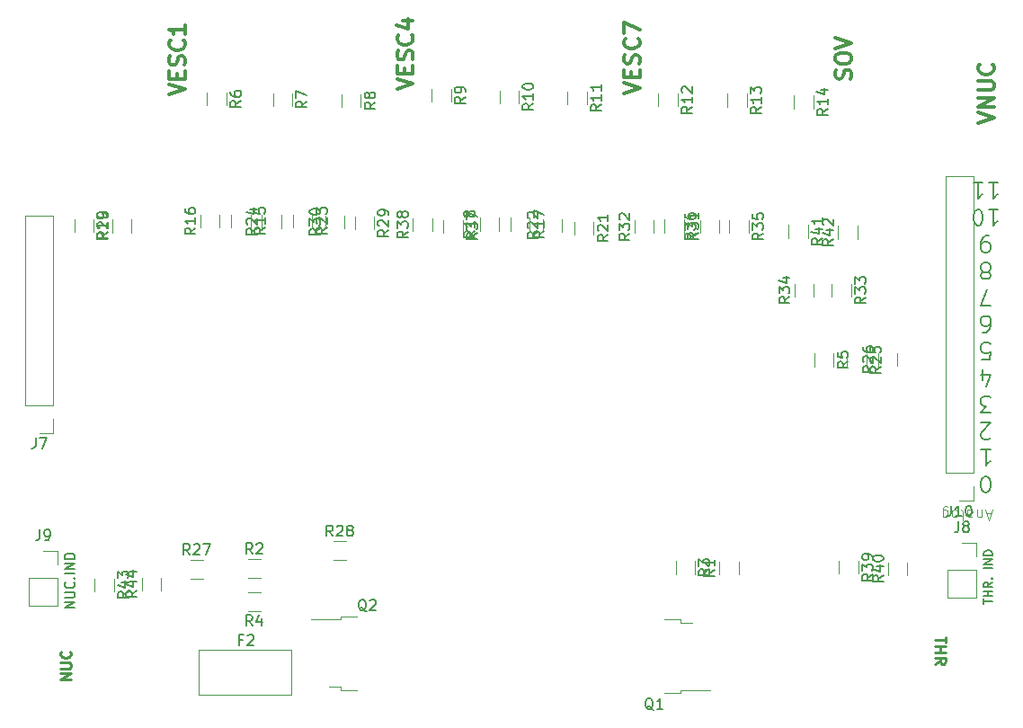
<source format=gbr>
G04 #@! TF.GenerationSoftware,KiCad,Pcbnew,(5.0.1)-4*
G04 #@! TF.CreationDate,2019-01-07T16:42:56+05:30*
G04 #@! TF.ProjectId,monitoring_board,6D6F6E69746F72696E675F626F617264,rev?*
G04 #@! TF.SameCoordinates,Original*
G04 #@! TF.FileFunction,Legend,Top*
G04 #@! TF.FilePolarity,Positive*
%FSLAX46Y46*%
G04 Gerber Fmt 4.6, Leading zero omitted, Abs format (unit mm)*
G04 Created by KiCad (PCBNEW (5.0.1)-4) date 01/07/19 16:42:56*
%MOMM*%
%LPD*%
G01*
G04 APERTURE LIST*
%ADD10C,0.100000*%
%ADD11C,0.190000*%
%ADD12C,0.300000*%
%ADD13C,0.250000*%
%ADD14C,0.180000*%
%ADD15C,0.150000*%
%ADD16C,0.120000*%
G04 APERTURE END LIST*
D10*
X228877523Y-100798333D02*
X228401333Y-100798333D01*
X228972761Y-100512619D02*
X228639428Y-101512619D01*
X228306095Y-100512619D01*
X227972761Y-101179285D02*
X227972761Y-100512619D01*
X227972761Y-101084047D02*
X227925142Y-101131666D01*
X227829904Y-101179285D01*
X227687047Y-101179285D01*
X227591809Y-101131666D01*
X227544190Y-101036428D01*
X227544190Y-100512619D01*
X226639428Y-100512619D02*
X226639428Y-101036428D01*
X226687047Y-101131666D01*
X226782285Y-101179285D01*
X226972761Y-101179285D01*
X227068000Y-101131666D01*
X226639428Y-100560238D02*
X226734666Y-100512619D01*
X226972761Y-100512619D01*
X227068000Y-100560238D01*
X227115619Y-100655476D01*
X227115619Y-100750714D01*
X227068000Y-100845952D01*
X226972761Y-100893571D01*
X226734666Y-100893571D01*
X226639428Y-100941190D01*
X226020380Y-100512619D02*
X226115619Y-100560238D01*
X226163238Y-100655476D01*
X226163238Y-101512619D01*
X225496571Y-100512619D02*
X225591809Y-100560238D01*
X225639428Y-100607857D01*
X225687047Y-100703095D01*
X225687047Y-100988809D01*
X225639428Y-101084047D01*
X225591809Y-101131666D01*
X225496571Y-101179285D01*
X225353714Y-101179285D01*
X225258476Y-101131666D01*
X225210857Y-101084047D01*
X225163238Y-100988809D01*
X225163238Y-100703095D01*
X225210857Y-100607857D01*
X225258476Y-100560238D01*
X225353714Y-100512619D01*
X225496571Y-100512619D01*
X224306095Y-101179285D02*
X224306095Y-100369761D01*
X224353714Y-100274523D01*
X224401333Y-100226904D01*
X224496571Y-100179285D01*
X224639428Y-100179285D01*
X224734666Y-100226904D01*
X224306095Y-100560238D02*
X224401333Y-100512619D01*
X224591809Y-100512619D01*
X224687047Y-100560238D01*
X224734666Y-100607857D01*
X224782285Y-100703095D01*
X224782285Y-100988809D01*
X224734666Y-101084047D01*
X224687047Y-101131666D01*
X224591809Y-101179285D01*
X224401333Y-101179285D01*
X224306095Y-101131666D01*
D11*
X228417428Y-98882309D02*
X228274571Y-98882309D01*
X228131714Y-98808500D01*
X228060285Y-98734690D01*
X227988857Y-98587071D01*
X227917428Y-98291833D01*
X227917428Y-97922785D01*
X227988857Y-97627547D01*
X228060285Y-97479928D01*
X228131714Y-97406119D01*
X228274571Y-97332309D01*
X228417428Y-97332309D01*
X228560285Y-97406119D01*
X228631714Y-97479928D01*
X228703142Y-97627547D01*
X228774571Y-97922785D01*
X228774571Y-98291833D01*
X228703142Y-98587071D01*
X228631714Y-98734690D01*
X228560285Y-98808500D01*
X228417428Y-98882309D01*
X227917428Y-94817309D02*
X228774571Y-94817309D01*
X228346000Y-94817309D02*
X228346000Y-96367309D01*
X228488857Y-96145880D01*
X228631714Y-95998261D01*
X228774571Y-95924452D01*
X228774571Y-93704690D02*
X228703142Y-93778500D01*
X228560285Y-93852309D01*
X228203142Y-93852309D01*
X228060285Y-93778500D01*
X227988857Y-93704690D01*
X227917428Y-93557071D01*
X227917428Y-93409452D01*
X227988857Y-93188023D01*
X228846000Y-92302309D01*
X227917428Y-92302309D01*
X228846000Y-91337309D02*
X227917428Y-91337309D01*
X228417428Y-90746833D01*
X228203142Y-90746833D01*
X228060285Y-90673023D01*
X227988857Y-90599214D01*
X227917428Y-90451595D01*
X227917428Y-90082547D01*
X227988857Y-89934928D01*
X228060285Y-89861119D01*
X228203142Y-89787309D01*
X228631714Y-89787309D01*
X228774571Y-89861119D01*
X228846000Y-89934928D01*
X228060285Y-88305642D02*
X228060285Y-87272309D01*
X228417428Y-88896119D02*
X228774571Y-87788976D01*
X227846000Y-87788976D01*
X227988857Y-86307309D02*
X228703142Y-86307309D01*
X228774571Y-85569214D01*
X228703142Y-85643023D01*
X228560285Y-85716833D01*
X228203142Y-85716833D01*
X228060285Y-85643023D01*
X227988857Y-85569214D01*
X227917428Y-85421595D01*
X227917428Y-85052547D01*
X227988857Y-84904928D01*
X228060285Y-84831119D01*
X228203142Y-84757309D01*
X228560285Y-84757309D01*
X228703142Y-84831119D01*
X228774571Y-84904928D01*
X228060285Y-83792309D02*
X228346000Y-83792309D01*
X228488857Y-83718500D01*
X228560285Y-83644690D01*
X228703142Y-83423261D01*
X228774571Y-83128023D01*
X228774571Y-82537547D01*
X228703142Y-82389928D01*
X228631714Y-82316119D01*
X228488857Y-82242309D01*
X228203142Y-82242309D01*
X228060285Y-82316119D01*
X227988857Y-82389928D01*
X227917428Y-82537547D01*
X227917428Y-82906595D01*
X227988857Y-83054214D01*
X228060285Y-83128023D01*
X228203142Y-83201833D01*
X228488857Y-83201833D01*
X228631714Y-83128023D01*
X228703142Y-83054214D01*
X228774571Y-82906595D01*
X228846000Y-81277309D02*
X227846000Y-81277309D01*
X228488857Y-79727309D01*
X228488857Y-78098023D02*
X228631714Y-78171833D01*
X228703142Y-78245642D01*
X228774571Y-78393261D01*
X228774571Y-78467071D01*
X228703142Y-78614690D01*
X228631714Y-78688500D01*
X228488857Y-78762309D01*
X228203142Y-78762309D01*
X228060285Y-78688500D01*
X227988857Y-78614690D01*
X227917428Y-78467071D01*
X227917428Y-78393261D01*
X227988857Y-78245642D01*
X228060285Y-78171833D01*
X228203142Y-78098023D01*
X228488857Y-78098023D01*
X228631714Y-78024214D01*
X228703142Y-77950404D01*
X228774571Y-77802785D01*
X228774571Y-77507547D01*
X228703142Y-77359928D01*
X228631714Y-77286119D01*
X228488857Y-77212309D01*
X228203142Y-77212309D01*
X228060285Y-77286119D01*
X227988857Y-77359928D01*
X227917428Y-77507547D01*
X227917428Y-77802785D01*
X227988857Y-77950404D01*
X228060285Y-78024214D01*
X228203142Y-78098023D01*
X228631714Y-74697309D02*
X228346000Y-74697309D01*
X228203142Y-74771119D01*
X228131714Y-74844928D01*
X227988857Y-75066357D01*
X227917428Y-75361595D01*
X227917428Y-75952071D01*
X227988857Y-76099690D01*
X228060285Y-76173500D01*
X228203142Y-76247309D01*
X228488857Y-76247309D01*
X228631714Y-76173500D01*
X228703142Y-76099690D01*
X228774571Y-75952071D01*
X228774571Y-75583023D01*
X228703142Y-75435404D01*
X228631714Y-75361595D01*
X228488857Y-75287785D01*
X228203142Y-75287785D01*
X228060285Y-75361595D01*
X227988857Y-75435404D01*
X227917428Y-75583023D01*
X228631714Y-72182309D02*
X229488857Y-72182309D01*
X229060285Y-72182309D02*
X229060285Y-73732309D01*
X229203142Y-73510880D01*
X229346000Y-73363261D01*
X229488857Y-73289452D01*
X227703142Y-73732309D02*
X227560285Y-73732309D01*
X227417428Y-73658500D01*
X227346000Y-73584690D01*
X227274571Y-73437071D01*
X227203142Y-73141833D01*
X227203142Y-72772785D01*
X227274571Y-72477547D01*
X227346000Y-72329928D01*
X227417428Y-72256119D01*
X227560285Y-72182309D01*
X227703142Y-72182309D01*
X227846000Y-72256119D01*
X227917428Y-72329928D01*
X227988857Y-72477547D01*
X228060285Y-72772785D01*
X228060285Y-73141833D01*
X227988857Y-73437071D01*
X227917428Y-73584690D01*
X227846000Y-73658500D01*
X227703142Y-73732309D01*
X228631714Y-69667309D02*
X229488857Y-69667309D01*
X229060285Y-69667309D02*
X229060285Y-71217309D01*
X229203142Y-70995880D01*
X229346000Y-70848261D01*
X229488857Y-70774452D01*
X227203142Y-69667309D02*
X228060285Y-69667309D01*
X227631714Y-69667309D02*
X227631714Y-71217309D01*
X227774571Y-70995880D01*
X227917428Y-70848261D01*
X228060285Y-70774452D01*
D12*
X194250571Y-61269142D02*
X195750571Y-60769142D01*
X194250571Y-60269142D01*
X194964857Y-59769142D02*
X194964857Y-59269142D01*
X195750571Y-59054857D02*
X195750571Y-59769142D01*
X194250571Y-59769142D01*
X194250571Y-59054857D01*
X195679142Y-58483428D02*
X195750571Y-58269142D01*
X195750571Y-57912000D01*
X195679142Y-57769142D01*
X195607714Y-57697714D01*
X195464857Y-57626285D01*
X195322000Y-57626285D01*
X195179142Y-57697714D01*
X195107714Y-57769142D01*
X195036285Y-57912000D01*
X194964857Y-58197714D01*
X194893428Y-58340571D01*
X194822000Y-58412000D01*
X194679142Y-58483428D01*
X194536285Y-58483428D01*
X194393428Y-58412000D01*
X194322000Y-58340571D01*
X194250571Y-58197714D01*
X194250571Y-57840571D01*
X194322000Y-57626285D01*
X195607714Y-56126285D02*
X195679142Y-56197714D01*
X195750571Y-56412000D01*
X195750571Y-56554857D01*
X195679142Y-56769142D01*
X195536285Y-56912000D01*
X195393428Y-56983428D01*
X195107714Y-57054857D01*
X194893428Y-57054857D01*
X194607714Y-56983428D01*
X194464857Y-56912000D01*
X194322000Y-56769142D01*
X194250571Y-56554857D01*
X194250571Y-56412000D01*
X194322000Y-56197714D01*
X194393428Y-56126285D01*
X194250571Y-55626285D02*
X194250571Y-54626285D01*
X195750571Y-55269142D01*
X215618142Y-59896142D02*
X215689571Y-59681857D01*
X215689571Y-59324714D01*
X215618142Y-59181857D01*
X215546714Y-59110428D01*
X215403857Y-59039000D01*
X215261000Y-59039000D01*
X215118142Y-59110428D01*
X215046714Y-59181857D01*
X214975285Y-59324714D01*
X214903857Y-59610428D01*
X214832428Y-59753285D01*
X214761000Y-59824714D01*
X214618142Y-59896142D01*
X214475285Y-59896142D01*
X214332428Y-59824714D01*
X214261000Y-59753285D01*
X214189571Y-59610428D01*
X214189571Y-59253285D01*
X214261000Y-59039000D01*
X214189571Y-58110428D02*
X214189571Y-57824714D01*
X214261000Y-57681857D01*
X214403857Y-57539000D01*
X214689571Y-57467571D01*
X215189571Y-57467571D01*
X215475285Y-57539000D01*
X215618142Y-57681857D01*
X215689571Y-57824714D01*
X215689571Y-58110428D01*
X215618142Y-58253285D01*
X215475285Y-58396142D01*
X215189571Y-58467571D01*
X214689571Y-58467571D01*
X214403857Y-58396142D01*
X214261000Y-58253285D01*
X214189571Y-58110428D01*
X214189571Y-57039000D02*
X215689571Y-56539000D01*
X214189571Y-56039000D01*
D13*
X224575619Y-112482476D02*
X224575619Y-113053904D01*
X223575619Y-112768190D02*
X224575619Y-112768190D01*
X223575619Y-113387238D02*
X224575619Y-113387238D01*
X224099428Y-113387238D02*
X224099428Y-113958666D01*
X223575619Y-113958666D02*
X224575619Y-113958666D01*
X223575619Y-115006285D02*
X224051809Y-114672952D01*
X223575619Y-114434857D02*
X224575619Y-114434857D01*
X224575619Y-114815809D01*
X224528000Y-114911047D01*
X224480380Y-114958666D01*
X224385142Y-115006285D01*
X224242285Y-115006285D01*
X224147047Y-114958666D01*
X224099428Y-114911047D01*
X224051809Y-114815809D01*
X224051809Y-114434857D01*
X142184380Y-116498523D02*
X141184380Y-116498523D01*
X142184380Y-115927095D01*
X141184380Y-115927095D01*
X141184380Y-115450904D02*
X141993904Y-115450904D01*
X142089142Y-115403285D01*
X142136761Y-115355666D01*
X142184380Y-115260428D01*
X142184380Y-115069952D01*
X142136761Y-114974714D01*
X142089142Y-114927095D01*
X141993904Y-114879476D01*
X141184380Y-114879476D01*
X142089142Y-113831857D02*
X142136761Y-113879476D01*
X142184380Y-114022333D01*
X142184380Y-114117571D01*
X142136761Y-114260428D01*
X142041523Y-114355666D01*
X141946285Y-114403285D01*
X141755809Y-114450904D01*
X141612952Y-114450904D01*
X141422476Y-114403285D01*
X141327238Y-114355666D01*
X141232000Y-114260428D01*
X141184380Y-114117571D01*
X141184380Y-114022333D01*
X141232000Y-113879476D01*
X141279619Y-113831857D01*
D14*
X142565380Y-109716571D02*
X141565380Y-109716571D01*
X142565380Y-109202285D01*
X141565380Y-109202285D01*
X141565380Y-108773714D02*
X142374904Y-108773714D01*
X142470142Y-108730857D01*
X142517761Y-108688000D01*
X142565380Y-108602285D01*
X142565380Y-108430857D01*
X142517761Y-108345142D01*
X142470142Y-108302285D01*
X142374904Y-108259428D01*
X141565380Y-108259428D01*
X142470142Y-107316571D02*
X142517761Y-107359428D01*
X142565380Y-107488000D01*
X142565380Y-107573714D01*
X142517761Y-107702285D01*
X142422523Y-107788000D01*
X142327285Y-107830857D01*
X142136809Y-107873714D01*
X141993952Y-107873714D01*
X141803476Y-107830857D01*
X141708238Y-107788000D01*
X141613000Y-107702285D01*
X141565380Y-107573714D01*
X141565380Y-107488000D01*
X141613000Y-107359428D01*
X141660619Y-107316571D01*
X142470142Y-106930857D02*
X142517761Y-106888000D01*
X142565380Y-106930857D01*
X142517761Y-106973714D01*
X142470142Y-106930857D01*
X142565380Y-106930857D01*
X142565380Y-106502285D02*
X141565380Y-106502285D01*
X142565380Y-106073714D02*
X141565380Y-106073714D01*
X142565380Y-105559428D01*
X141565380Y-105559428D01*
X142565380Y-105130857D02*
X141565380Y-105130857D01*
X141565380Y-104916571D01*
X141613000Y-104788000D01*
X141708238Y-104702285D01*
X141803476Y-104659428D01*
X141993952Y-104616571D01*
X142136809Y-104616571D01*
X142327285Y-104659428D01*
X142422523Y-104702285D01*
X142517761Y-104788000D01*
X142565380Y-104916571D01*
X142565380Y-105130857D01*
D15*
X228161904Y-109359380D02*
X228161904Y-108902238D01*
X228961904Y-109130809D02*
X228161904Y-109130809D01*
X228961904Y-108635571D02*
X228161904Y-108635571D01*
X228542857Y-108635571D02*
X228542857Y-108178428D01*
X228961904Y-108178428D02*
X228161904Y-108178428D01*
X228961904Y-107340333D02*
X228580952Y-107607000D01*
X228961904Y-107797476D02*
X228161904Y-107797476D01*
X228161904Y-107492714D01*
X228200000Y-107416523D01*
X228238095Y-107378428D01*
X228314285Y-107340333D01*
X228428571Y-107340333D01*
X228504761Y-107378428D01*
X228542857Y-107416523D01*
X228580952Y-107492714D01*
X228580952Y-107797476D01*
X228885714Y-106997476D02*
X228923809Y-106959380D01*
X228961904Y-106997476D01*
X228923809Y-107035571D01*
X228885714Y-106997476D01*
X228961904Y-106997476D01*
X228961904Y-106007000D02*
X228161904Y-106007000D01*
X228961904Y-105626047D02*
X228161904Y-105626047D01*
X228961904Y-105168904D01*
X228161904Y-105168904D01*
X228961904Y-104787952D02*
X228161904Y-104787952D01*
X228161904Y-104597476D01*
X228200000Y-104483190D01*
X228276190Y-104407000D01*
X228352380Y-104368904D01*
X228504761Y-104330809D01*
X228619047Y-104330809D01*
X228771428Y-104368904D01*
X228847619Y-104407000D01*
X228923809Y-104483190D01*
X228961904Y-104597476D01*
X228961904Y-104787952D01*
D12*
X227646571Y-64035428D02*
X229146571Y-63535428D01*
X227646571Y-63035428D01*
X229146571Y-62535428D02*
X227646571Y-62535428D01*
X229146571Y-61678285D01*
X227646571Y-61678285D01*
X227646571Y-60964000D02*
X228860857Y-60964000D01*
X229003714Y-60892571D01*
X229075142Y-60821142D01*
X229146571Y-60678285D01*
X229146571Y-60392571D01*
X229075142Y-60249714D01*
X229003714Y-60178285D01*
X228860857Y-60106857D01*
X227646571Y-60106857D01*
X229003714Y-58535428D02*
X229075142Y-58606857D01*
X229146571Y-58821142D01*
X229146571Y-58964000D01*
X229075142Y-59178285D01*
X228932285Y-59321142D01*
X228789428Y-59392571D01*
X228503714Y-59464000D01*
X228289428Y-59464000D01*
X228003714Y-59392571D01*
X227860857Y-59321142D01*
X227718000Y-59178285D01*
X227646571Y-58964000D01*
X227646571Y-58821142D01*
X227718000Y-58606857D01*
X227789428Y-58535428D01*
X172909571Y-60888142D02*
X174409571Y-60388142D01*
X172909571Y-59888142D01*
X173623857Y-59388142D02*
X173623857Y-58888142D01*
X174409571Y-58673857D02*
X174409571Y-59388142D01*
X172909571Y-59388142D01*
X172909571Y-58673857D01*
X174338142Y-58102428D02*
X174409571Y-57888142D01*
X174409571Y-57531000D01*
X174338142Y-57388142D01*
X174266714Y-57316714D01*
X174123857Y-57245285D01*
X173981000Y-57245285D01*
X173838142Y-57316714D01*
X173766714Y-57388142D01*
X173695285Y-57531000D01*
X173623857Y-57816714D01*
X173552428Y-57959571D01*
X173481000Y-58031000D01*
X173338142Y-58102428D01*
X173195285Y-58102428D01*
X173052428Y-58031000D01*
X172981000Y-57959571D01*
X172909571Y-57816714D01*
X172909571Y-57459571D01*
X172981000Y-57245285D01*
X174266714Y-55745285D02*
X174338142Y-55816714D01*
X174409571Y-56031000D01*
X174409571Y-56173857D01*
X174338142Y-56388142D01*
X174195285Y-56531000D01*
X174052428Y-56602428D01*
X173766714Y-56673857D01*
X173552428Y-56673857D01*
X173266714Y-56602428D01*
X173123857Y-56531000D01*
X172981000Y-56388142D01*
X172909571Y-56173857D01*
X172909571Y-56031000D01*
X172981000Y-55816714D01*
X173052428Y-55745285D01*
X173409571Y-54459571D02*
X174409571Y-54459571D01*
X172838142Y-54816714D02*
X173909571Y-55173857D01*
X173909571Y-54245285D01*
X151451571Y-61396142D02*
X152951571Y-60896142D01*
X151451571Y-60396142D01*
X152165857Y-59896142D02*
X152165857Y-59396142D01*
X152951571Y-59181857D02*
X152951571Y-59896142D01*
X151451571Y-59896142D01*
X151451571Y-59181857D01*
X152880142Y-58610428D02*
X152951571Y-58396142D01*
X152951571Y-58039000D01*
X152880142Y-57896142D01*
X152808714Y-57824714D01*
X152665857Y-57753285D01*
X152523000Y-57753285D01*
X152380142Y-57824714D01*
X152308714Y-57896142D01*
X152237285Y-58039000D01*
X152165857Y-58324714D01*
X152094428Y-58467571D01*
X152023000Y-58539000D01*
X151880142Y-58610428D01*
X151737285Y-58610428D01*
X151594428Y-58539000D01*
X151523000Y-58467571D01*
X151451571Y-58324714D01*
X151451571Y-57967571D01*
X151523000Y-57753285D01*
X152808714Y-56253285D02*
X152880142Y-56324714D01*
X152951571Y-56539000D01*
X152951571Y-56681857D01*
X152880142Y-56896142D01*
X152737285Y-57039000D01*
X152594428Y-57110428D01*
X152308714Y-57181857D01*
X152094428Y-57181857D01*
X151808714Y-57110428D01*
X151665857Y-57039000D01*
X151523000Y-56896142D01*
X151451571Y-56681857D01*
X151451571Y-56539000D01*
X151523000Y-56324714D01*
X151594428Y-56253285D01*
X152951571Y-54824714D02*
X152951571Y-55681857D01*
X152951571Y-55253285D02*
X151451571Y-55253285D01*
X151665857Y-55396142D01*
X151808714Y-55539000D01*
X151880142Y-55681857D01*
D16*
G04 #@! TO.C,J7*
X140522000Y-72838000D02*
X137862000Y-72838000D01*
X140522000Y-90678000D02*
X140522000Y-72838000D01*
X137862000Y-90678000D02*
X137862000Y-72838000D01*
X140522000Y-90678000D02*
X137862000Y-90678000D01*
X140522000Y-91948000D02*
X140522000Y-93278000D01*
X140522000Y-93278000D02*
X139192000Y-93278000D01*
G04 #@! TO.C,J9*
X138243000Y-106959400D02*
X140903000Y-106959400D01*
X138243000Y-106959400D02*
X138243000Y-109559400D01*
X138243000Y-109559400D02*
X140903000Y-109559400D01*
X140903000Y-106959400D02*
X140903000Y-109559400D01*
X140903000Y-104359400D02*
X140903000Y-105689400D01*
X139573000Y-104359400D02*
X140903000Y-104359400D01*
G04 #@! TO.C,R1*
X203280600Y-106570864D02*
X203280600Y-105366736D01*
X205100600Y-106570864D02*
X205100600Y-105366736D01*
G04 #@! TO.C,R2*
X158859136Y-105109600D02*
X160063264Y-105109600D01*
X158859136Y-106929600D02*
X160063264Y-106929600D01*
G04 #@! TO.C,R3*
X199140400Y-105341336D02*
X199140400Y-106545464D01*
X200960400Y-105341336D02*
X200960400Y-106545464D01*
G04 #@! TO.C,R4*
X160037864Y-108233800D02*
X158833736Y-108233800D01*
X160037864Y-110053800D02*
X158833736Y-110053800D01*
G04 #@! TO.C,R5*
X212196000Y-85783336D02*
X212196000Y-86987464D01*
X214016000Y-85783336D02*
X214016000Y-86987464D01*
G04 #@! TO.C,R6*
X155020600Y-61196136D02*
X155020600Y-62400264D01*
X156840600Y-61196136D02*
X156840600Y-62400264D01*
G04 #@! TO.C,R7*
X163038200Y-61246936D02*
X163038200Y-62451064D01*
X161218200Y-61246936D02*
X161218200Y-62451064D01*
G04 #@! TO.C,R8*
X167669800Y-61348536D02*
X167669800Y-62552664D01*
X169489800Y-61348536D02*
X169489800Y-62552664D01*
G04 #@! TO.C,R9*
X177973400Y-60840536D02*
X177973400Y-62044664D01*
X176153400Y-60840536D02*
X176153400Y-62044664D01*
G04 #@! TO.C,R10*
X182554200Y-60992936D02*
X182554200Y-62197064D01*
X184374200Y-60992936D02*
X184374200Y-62197064D01*
G04 #@! TO.C,R11*
X190775000Y-61094536D02*
X190775000Y-62298664D01*
X188955000Y-61094536D02*
X188955000Y-62298664D01*
G04 #@! TO.C,R12*
X197514800Y-61297736D02*
X197514800Y-62501864D01*
X199334800Y-61297736D02*
X199334800Y-62501864D01*
G04 #@! TO.C,R13*
X205837200Y-61323136D02*
X205837200Y-62527264D01*
X204017200Y-61323136D02*
X204017200Y-62527264D01*
G04 #@! TO.C,R14*
X212111000Y-61475536D02*
X212111000Y-62679664D01*
X210291000Y-61475536D02*
X210291000Y-62679664D01*
G04 #@! TO.C,R15*
X157287182Y-72673397D02*
X157287182Y-73877525D01*
X159107182Y-72673397D02*
X159107182Y-73877525D01*
G04 #@! TO.C,R16*
X154366182Y-73914025D02*
X154366182Y-72709897D01*
X156186182Y-73914025D02*
X156186182Y-72709897D01*
G04 #@! TO.C,R17*
X183576182Y-73003597D02*
X183576182Y-74207725D01*
X185396182Y-73003597D02*
X185396182Y-74207725D01*
G04 #@! TO.C,R18*
X180680582Y-74207725D02*
X180680582Y-73003597D01*
X182500582Y-74207725D02*
X182500582Y-73003597D01*
G04 #@! TO.C,R19*
X147899800Y-74363664D02*
X147899800Y-73159536D01*
X146079800Y-74363664D02*
X146079800Y-73159536D01*
G04 #@! TO.C,R20*
X144318400Y-73094436D02*
X144318400Y-74298564D01*
X142498400Y-73094436D02*
X142498400Y-74298564D01*
G04 #@! TO.C,R21*
X189595982Y-73359197D02*
X189595982Y-74563325D01*
X191415982Y-73359197D02*
X191415982Y-74563325D01*
G04 #@! TO.C,R22*
X186624182Y-74309325D02*
X186624182Y-73105197D01*
X188444182Y-74309325D02*
X188444182Y-73105197D01*
G04 #@! TO.C,R23*
X163103782Y-72673397D02*
X163103782Y-73877525D01*
X164923782Y-72673397D02*
X164923782Y-73877525D01*
G04 #@! TO.C,R24*
X160182782Y-73953725D02*
X160182782Y-72749597D01*
X162002782Y-73953725D02*
X162002782Y-72749597D01*
G04 #@! TO.C,R25*
X215294800Y-85794436D02*
X215294800Y-86998564D01*
X217114800Y-85794436D02*
X217114800Y-86998564D01*
G04 #@! TO.C,R26*
X218215800Y-86936664D02*
X218215800Y-85732536D01*
X220035800Y-86936664D02*
X220035800Y-85732536D01*
G04 #@! TO.C,R27*
X153423536Y-105185800D02*
X154627664Y-105185800D01*
X153423536Y-107005800D02*
X154627664Y-107005800D01*
G04 #@! TO.C,R28*
X166885536Y-105253200D02*
X168089664Y-105253200D01*
X166885536Y-103433200D02*
X168089664Y-103433200D01*
G04 #@! TO.C,R29*
X168920382Y-72887697D02*
X168920382Y-74091825D01*
X170740382Y-72887697D02*
X170740382Y-74091825D01*
G04 #@! TO.C,R30*
X166126382Y-73979125D02*
X166126382Y-72774997D01*
X167946382Y-73979125D02*
X167946382Y-72774997D01*
G04 #@! TO.C,R31*
X198104982Y-73167097D02*
X198104982Y-74371225D01*
X199924982Y-73167097D02*
X199924982Y-74371225D01*
G04 #@! TO.C,R32*
X195260182Y-74436325D02*
X195260182Y-73232197D01*
X197080182Y-74436325D02*
X197080182Y-73232197D01*
G04 #@! TO.C,R33*
X215667000Y-79230136D02*
X215667000Y-80434264D01*
X213847000Y-79230136D02*
X213847000Y-80434264D01*
G04 #@! TO.C,R34*
X212161800Y-80408864D02*
X212161800Y-79204736D01*
X210341800Y-80408864D02*
X210341800Y-79204736D01*
G04 #@! TO.C,R35*
X204200982Y-73203597D02*
X204200982Y-74407725D01*
X206020982Y-73203597D02*
X206020982Y-74407725D01*
G04 #@! TO.C,R36*
X203277782Y-74422025D02*
X203277782Y-73217897D01*
X201457782Y-74422025D02*
X201457782Y-73217897D01*
G04 #@! TO.C,R37*
X177276982Y-73181397D02*
X177276982Y-74385525D01*
X179096982Y-73181397D02*
X179096982Y-74385525D01*
G04 #@! TO.C,R38*
X174381382Y-74244225D02*
X174381382Y-73040097D01*
X176201382Y-74244225D02*
X176201382Y-73040097D01*
G04 #@! TO.C,R39*
X216352800Y-105315936D02*
X216352800Y-106520064D01*
X214532800Y-105315936D02*
X214532800Y-106520064D01*
G04 #@! TO.C,R40*
X220975600Y-106647064D02*
X220975600Y-105442936D01*
X219155600Y-106647064D02*
X219155600Y-105442936D01*
G04 #@! TO.C,R41*
X209783000Y-73667536D02*
X209783000Y-74871664D01*
X211603000Y-73667536D02*
X211603000Y-74871664D01*
G04 #@! TO.C,R42*
X214456600Y-74973264D02*
X214456600Y-73769136D01*
X216276600Y-74973264D02*
X216276600Y-73769136D01*
G04 #@! TO.C,R43*
X146248800Y-106966936D02*
X146248800Y-108171064D01*
X144428800Y-106966936D02*
X144428800Y-108171064D01*
G04 #@! TO.C,R44*
X150668400Y-108094864D02*
X150668400Y-106890736D01*
X148848400Y-108094864D02*
X148848400Y-106890736D01*
G04 #@! TO.C,F2*
X154202200Y-113653200D02*
X162942200Y-113653200D01*
X154202200Y-113653200D02*
X154202200Y-117893200D01*
X162942200Y-117893200D02*
X162942200Y-113653200D01*
X162942200Y-117893200D02*
X154202200Y-117893200D01*
G04 #@! TO.C,Q1*
X198091200Y-117750000D02*
X199591200Y-117750000D01*
X199591200Y-117750000D02*
X199591200Y-117480000D01*
X199591200Y-117480000D02*
X202421200Y-117480000D01*
X198091200Y-110850000D02*
X199591200Y-110850000D01*
X199591200Y-110850000D02*
X199591200Y-111120000D01*
X199591200Y-111120000D02*
X200691200Y-111120000D01*
G04 #@! TO.C,Q2*
X167633800Y-117200600D02*
X166533800Y-117200600D01*
X167633800Y-117470600D02*
X167633800Y-117200600D01*
X169133800Y-117470600D02*
X167633800Y-117470600D01*
X167633800Y-110840600D02*
X164803800Y-110840600D01*
X167633800Y-110570600D02*
X167633800Y-110840600D01*
X169133800Y-110570600D02*
X167633800Y-110570600D01*
G04 #@! TO.C,J8*
X224780800Y-106197400D02*
X227440800Y-106197400D01*
X224780800Y-106197400D02*
X224780800Y-108797400D01*
X224780800Y-108797400D02*
X227440800Y-108797400D01*
X227440800Y-106197400D02*
X227440800Y-108797400D01*
X227440800Y-103597400D02*
X227440800Y-104927400D01*
X226110800Y-103597400D02*
X227440800Y-103597400D01*
G04 #@! TO.C,J10*
X227212200Y-69053400D02*
X224552200Y-69053400D01*
X227212200Y-97053400D02*
X227212200Y-69053400D01*
X224552200Y-97053400D02*
X224552200Y-69053400D01*
X227212200Y-97053400D02*
X224552200Y-97053400D01*
X227212200Y-98323400D02*
X227212200Y-99653400D01*
X227212200Y-99653400D02*
X225882200Y-99653400D01*
G04 #@! TO.C,J7*
D15*
X138858666Y-93730380D02*
X138858666Y-94444666D01*
X138811047Y-94587523D01*
X138715809Y-94682761D01*
X138572952Y-94730380D01*
X138477714Y-94730380D01*
X139239619Y-93730380D02*
X139906285Y-93730380D01*
X139477714Y-94730380D01*
G04 #@! TO.C,J9*
X139239666Y-102371780D02*
X139239666Y-103086066D01*
X139192047Y-103228923D01*
X139096809Y-103324161D01*
X138953952Y-103371780D01*
X138858714Y-103371780D01*
X139763476Y-103371780D02*
X139953952Y-103371780D01*
X140049190Y-103324161D01*
X140096809Y-103276542D01*
X140192047Y-103133685D01*
X140239666Y-102943209D01*
X140239666Y-102562257D01*
X140192047Y-102467019D01*
X140144428Y-102419400D01*
X140049190Y-102371780D01*
X139858714Y-102371780D01*
X139763476Y-102419400D01*
X139715857Y-102467019D01*
X139668238Y-102562257D01*
X139668238Y-102800352D01*
X139715857Y-102895590D01*
X139763476Y-102943209D01*
X139858714Y-102990828D01*
X140049190Y-102990828D01*
X140144428Y-102943209D01*
X140192047Y-102895590D01*
X140239666Y-102800352D01*
G04 #@! TO.C,R1*
X202822980Y-106135466D02*
X202346790Y-106468800D01*
X202822980Y-106706895D02*
X201822980Y-106706895D01*
X201822980Y-106325942D01*
X201870600Y-106230704D01*
X201918219Y-106183085D01*
X202013457Y-106135466D01*
X202156314Y-106135466D01*
X202251552Y-106183085D01*
X202299171Y-106230704D01*
X202346790Y-106325942D01*
X202346790Y-106706895D01*
X202822980Y-105183085D02*
X202822980Y-105754514D01*
X202822980Y-105468800D02*
X201822980Y-105468800D01*
X201965838Y-105564038D01*
X202061076Y-105659276D01*
X202108695Y-105754514D01*
G04 #@! TO.C,R2*
X159294533Y-104651980D02*
X158961200Y-104175790D01*
X158723104Y-104651980D02*
X158723104Y-103651980D01*
X159104057Y-103651980D01*
X159199295Y-103699600D01*
X159246914Y-103747219D01*
X159294533Y-103842457D01*
X159294533Y-103985314D01*
X159246914Y-104080552D01*
X159199295Y-104128171D01*
X159104057Y-104175790D01*
X158723104Y-104175790D01*
X159675485Y-103747219D02*
X159723104Y-103699600D01*
X159818342Y-103651980D01*
X160056438Y-103651980D01*
X160151676Y-103699600D01*
X160199295Y-103747219D01*
X160246914Y-103842457D01*
X160246914Y-103937695D01*
X160199295Y-104080552D01*
X159627866Y-104651980D01*
X160246914Y-104651980D01*
G04 #@! TO.C,R3*
X202322780Y-106110066D02*
X201846590Y-106443400D01*
X202322780Y-106681495D02*
X201322780Y-106681495D01*
X201322780Y-106300542D01*
X201370400Y-106205304D01*
X201418019Y-106157685D01*
X201513257Y-106110066D01*
X201656114Y-106110066D01*
X201751352Y-106157685D01*
X201798971Y-106205304D01*
X201846590Y-106300542D01*
X201846590Y-106681495D01*
X201322780Y-105776733D02*
X201322780Y-105157685D01*
X201703733Y-105491019D01*
X201703733Y-105348161D01*
X201751352Y-105252923D01*
X201798971Y-105205304D01*
X201894209Y-105157685D01*
X202132304Y-105157685D01*
X202227542Y-105205304D01*
X202275161Y-105252923D01*
X202322780Y-105348161D01*
X202322780Y-105633876D01*
X202275161Y-105729114D01*
X202227542Y-105776733D01*
G04 #@! TO.C,R4*
X159269133Y-111416180D02*
X158935800Y-110939990D01*
X158697704Y-111416180D02*
X158697704Y-110416180D01*
X159078657Y-110416180D01*
X159173895Y-110463800D01*
X159221514Y-110511419D01*
X159269133Y-110606657D01*
X159269133Y-110749514D01*
X159221514Y-110844752D01*
X159173895Y-110892371D01*
X159078657Y-110939990D01*
X158697704Y-110939990D01*
X160126276Y-110749514D02*
X160126276Y-111416180D01*
X159888180Y-110368561D02*
X159650085Y-111082847D01*
X160269133Y-111082847D01*
G04 #@! TO.C,R5*
X215378380Y-86552066D02*
X214902190Y-86885400D01*
X215378380Y-87123495D02*
X214378380Y-87123495D01*
X214378380Y-86742542D01*
X214426000Y-86647304D01*
X214473619Y-86599685D01*
X214568857Y-86552066D01*
X214711714Y-86552066D01*
X214806952Y-86599685D01*
X214854571Y-86647304D01*
X214902190Y-86742542D01*
X214902190Y-87123495D01*
X214378380Y-85647304D02*
X214378380Y-86123495D01*
X214854571Y-86171114D01*
X214806952Y-86123495D01*
X214759333Y-86028257D01*
X214759333Y-85790161D01*
X214806952Y-85694923D01*
X214854571Y-85647304D01*
X214949809Y-85599685D01*
X215187904Y-85599685D01*
X215283142Y-85647304D01*
X215330761Y-85694923D01*
X215378380Y-85790161D01*
X215378380Y-86028257D01*
X215330761Y-86123495D01*
X215283142Y-86171114D01*
G04 #@! TO.C,R6*
X158202980Y-61964866D02*
X157726790Y-62298200D01*
X158202980Y-62536295D02*
X157202980Y-62536295D01*
X157202980Y-62155342D01*
X157250600Y-62060104D01*
X157298219Y-62012485D01*
X157393457Y-61964866D01*
X157536314Y-61964866D01*
X157631552Y-62012485D01*
X157679171Y-62060104D01*
X157726790Y-62155342D01*
X157726790Y-62536295D01*
X157202980Y-61107723D02*
X157202980Y-61298200D01*
X157250600Y-61393438D01*
X157298219Y-61441057D01*
X157441076Y-61536295D01*
X157631552Y-61583914D01*
X158012504Y-61583914D01*
X158107742Y-61536295D01*
X158155361Y-61488676D01*
X158202980Y-61393438D01*
X158202980Y-61202961D01*
X158155361Y-61107723D01*
X158107742Y-61060104D01*
X158012504Y-61012485D01*
X157774409Y-61012485D01*
X157679171Y-61060104D01*
X157631552Y-61107723D01*
X157583933Y-61202961D01*
X157583933Y-61393438D01*
X157631552Y-61488676D01*
X157679171Y-61536295D01*
X157774409Y-61583914D01*
G04 #@! TO.C,R7*
X164400580Y-62015666D02*
X163924390Y-62349000D01*
X164400580Y-62587095D02*
X163400580Y-62587095D01*
X163400580Y-62206142D01*
X163448200Y-62110904D01*
X163495819Y-62063285D01*
X163591057Y-62015666D01*
X163733914Y-62015666D01*
X163829152Y-62063285D01*
X163876771Y-62110904D01*
X163924390Y-62206142D01*
X163924390Y-62587095D01*
X163400580Y-61682333D02*
X163400580Y-61015666D01*
X164400580Y-61444238D01*
G04 #@! TO.C,R8*
X170852180Y-62117266D02*
X170375990Y-62450600D01*
X170852180Y-62688695D02*
X169852180Y-62688695D01*
X169852180Y-62307742D01*
X169899800Y-62212504D01*
X169947419Y-62164885D01*
X170042657Y-62117266D01*
X170185514Y-62117266D01*
X170280752Y-62164885D01*
X170328371Y-62212504D01*
X170375990Y-62307742D01*
X170375990Y-62688695D01*
X170280752Y-61545838D02*
X170233133Y-61641076D01*
X170185514Y-61688695D01*
X170090276Y-61736314D01*
X170042657Y-61736314D01*
X169947419Y-61688695D01*
X169899800Y-61641076D01*
X169852180Y-61545838D01*
X169852180Y-61355361D01*
X169899800Y-61260123D01*
X169947419Y-61212504D01*
X170042657Y-61164885D01*
X170090276Y-61164885D01*
X170185514Y-61212504D01*
X170233133Y-61260123D01*
X170280752Y-61355361D01*
X170280752Y-61545838D01*
X170328371Y-61641076D01*
X170375990Y-61688695D01*
X170471228Y-61736314D01*
X170661704Y-61736314D01*
X170756942Y-61688695D01*
X170804561Y-61641076D01*
X170852180Y-61545838D01*
X170852180Y-61355361D01*
X170804561Y-61260123D01*
X170756942Y-61212504D01*
X170661704Y-61164885D01*
X170471228Y-61164885D01*
X170375990Y-61212504D01*
X170328371Y-61260123D01*
X170280752Y-61355361D01*
G04 #@! TO.C,R9*
X179335780Y-61609266D02*
X178859590Y-61942600D01*
X179335780Y-62180695D02*
X178335780Y-62180695D01*
X178335780Y-61799742D01*
X178383400Y-61704504D01*
X178431019Y-61656885D01*
X178526257Y-61609266D01*
X178669114Y-61609266D01*
X178764352Y-61656885D01*
X178811971Y-61704504D01*
X178859590Y-61799742D01*
X178859590Y-62180695D01*
X179335780Y-61133076D02*
X179335780Y-60942600D01*
X179288161Y-60847361D01*
X179240542Y-60799742D01*
X179097685Y-60704504D01*
X178907209Y-60656885D01*
X178526257Y-60656885D01*
X178431019Y-60704504D01*
X178383400Y-60752123D01*
X178335780Y-60847361D01*
X178335780Y-61037838D01*
X178383400Y-61133076D01*
X178431019Y-61180695D01*
X178526257Y-61228314D01*
X178764352Y-61228314D01*
X178859590Y-61180695D01*
X178907209Y-61133076D01*
X178954828Y-61037838D01*
X178954828Y-60847361D01*
X178907209Y-60752123D01*
X178859590Y-60704504D01*
X178764352Y-60656885D01*
G04 #@! TO.C,R10*
X185736580Y-62237857D02*
X185260390Y-62571190D01*
X185736580Y-62809285D02*
X184736580Y-62809285D01*
X184736580Y-62428333D01*
X184784200Y-62333095D01*
X184831819Y-62285476D01*
X184927057Y-62237857D01*
X185069914Y-62237857D01*
X185165152Y-62285476D01*
X185212771Y-62333095D01*
X185260390Y-62428333D01*
X185260390Y-62809285D01*
X185736580Y-61285476D02*
X185736580Y-61856904D01*
X185736580Y-61571190D02*
X184736580Y-61571190D01*
X184879438Y-61666428D01*
X184974676Y-61761666D01*
X185022295Y-61856904D01*
X184736580Y-60666428D02*
X184736580Y-60571190D01*
X184784200Y-60475952D01*
X184831819Y-60428333D01*
X184927057Y-60380714D01*
X185117533Y-60333095D01*
X185355628Y-60333095D01*
X185546104Y-60380714D01*
X185641342Y-60428333D01*
X185688961Y-60475952D01*
X185736580Y-60571190D01*
X185736580Y-60666428D01*
X185688961Y-60761666D01*
X185641342Y-60809285D01*
X185546104Y-60856904D01*
X185355628Y-60904523D01*
X185117533Y-60904523D01*
X184927057Y-60856904D01*
X184831819Y-60809285D01*
X184784200Y-60761666D01*
X184736580Y-60666428D01*
G04 #@! TO.C,R11*
X192137380Y-62339457D02*
X191661190Y-62672790D01*
X192137380Y-62910885D02*
X191137380Y-62910885D01*
X191137380Y-62529933D01*
X191185000Y-62434695D01*
X191232619Y-62387076D01*
X191327857Y-62339457D01*
X191470714Y-62339457D01*
X191565952Y-62387076D01*
X191613571Y-62434695D01*
X191661190Y-62529933D01*
X191661190Y-62910885D01*
X192137380Y-61387076D02*
X192137380Y-61958504D01*
X192137380Y-61672790D02*
X191137380Y-61672790D01*
X191280238Y-61768028D01*
X191375476Y-61863266D01*
X191423095Y-61958504D01*
X192137380Y-60434695D02*
X192137380Y-61006123D01*
X192137380Y-60720409D02*
X191137380Y-60720409D01*
X191280238Y-60815647D01*
X191375476Y-60910885D01*
X191423095Y-61006123D01*
G04 #@! TO.C,R12*
X200697180Y-62542657D02*
X200220990Y-62875990D01*
X200697180Y-63114085D02*
X199697180Y-63114085D01*
X199697180Y-62733133D01*
X199744800Y-62637895D01*
X199792419Y-62590276D01*
X199887657Y-62542657D01*
X200030514Y-62542657D01*
X200125752Y-62590276D01*
X200173371Y-62637895D01*
X200220990Y-62733133D01*
X200220990Y-63114085D01*
X200697180Y-61590276D02*
X200697180Y-62161704D01*
X200697180Y-61875990D02*
X199697180Y-61875990D01*
X199840038Y-61971228D01*
X199935276Y-62066466D01*
X199982895Y-62161704D01*
X199792419Y-61209323D02*
X199744800Y-61161704D01*
X199697180Y-61066466D01*
X199697180Y-60828371D01*
X199744800Y-60733133D01*
X199792419Y-60685514D01*
X199887657Y-60637895D01*
X199982895Y-60637895D01*
X200125752Y-60685514D01*
X200697180Y-61256942D01*
X200697180Y-60637895D01*
G04 #@! TO.C,R13*
X207199580Y-62568057D02*
X206723390Y-62901390D01*
X207199580Y-63139485D02*
X206199580Y-63139485D01*
X206199580Y-62758533D01*
X206247200Y-62663295D01*
X206294819Y-62615676D01*
X206390057Y-62568057D01*
X206532914Y-62568057D01*
X206628152Y-62615676D01*
X206675771Y-62663295D01*
X206723390Y-62758533D01*
X206723390Y-63139485D01*
X207199580Y-61615676D02*
X207199580Y-62187104D01*
X207199580Y-61901390D02*
X206199580Y-61901390D01*
X206342438Y-61996628D01*
X206437676Y-62091866D01*
X206485295Y-62187104D01*
X206199580Y-61282342D02*
X206199580Y-60663295D01*
X206580533Y-60996628D01*
X206580533Y-60853771D01*
X206628152Y-60758533D01*
X206675771Y-60710914D01*
X206771009Y-60663295D01*
X207009104Y-60663295D01*
X207104342Y-60710914D01*
X207151961Y-60758533D01*
X207199580Y-60853771D01*
X207199580Y-61139485D01*
X207151961Y-61234723D01*
X207104342Y-61282342D01*
G04 #@! TO.C,R14*
X213473380Y-62720457D02*
X212997190Y-63053790D01*
X213473380Y-63291885D02*
X212473380Y-63291885D01*
X212473380Y-62910933D01*
X212521000Y-62815695D01*
X212568619Y-62768076D01*
X212663857Y-62720457D01*
X212806714Y-62720457D01*
X212901952Y-62768076D01*
X212949571Y-62815695D01*
X212997190Y-62910933D01*
X212997190Y-63291885D01*
X213473380Y-61768076D02*
X213473380Y-62339504D01*
X213473380Y-62053790D02*
X212473380Y-62053790D01*
X212616238Y-62149028D01*
X212711476Y-62244266D01*
X212759095Y-62339504D01*
X212806714Y-60910933D02*
X213473380Y-60910933D01*
X212425761Y-61149028D02*
X213140047Y-61387123D01*
X213140047Y-60768076D01*
G04 #@! TO.C,R15*
X160469562Y-73918318D02*
X159993372Y-74251651D01*
X160469562Y-74489746D02*
X159469562Y-74489746D01*
X159469562Y-74108794D01*
X159517182Y-74013556D01*
X159564801Y-73965937D01*
X159660039Y-73918318D01*
X159802896Y-73918318D01*
X159898134Y-73965937D01*
X159945753Y-74013556D01*
X159993372Y-74108794D01*
X159993372Y-74489746D01*
X160469562Y-72965937D02*
X160469562Y-73537365D01*
X160469562Y-73251651D02*
X159469562Y-73251651D01*
X159612420Y-73346889D01*
X159707658Y-73442127D01*
X159755277Y-73537365D01*
X159469562Y-72061175D02*
X159469562Y-72537365D01*
X159945753Y-72584984D01*
X159898134Y-72537365D01*
X159850515Y-72442127D01*
X159850515Y-72204032D01*
X159898134Y-72108794D01*
X159945753Y-72061175D01*
X160040991Y-72013556D01*
X160279086Y-72013556D01*
X160374324Y-72061175D01*
X160421943Y-72108794D01*
X160469562Y-72204032D01*
X160469562Y-72442127D01*
X160421943Y-72537365D01*
X160374324Y-72584984D01*
G04 #@! TO.C,R16*
X153908562Y-73954818D02*
X153432372Y-74288151D01*
X153908562Y-74526246D02*
X152908562Y-74526246D01*
X152908562Y-74145294D01*
X152956182Y-74050056D01*
X153003801Y-74002437D01*
X153099039Y-73954818D01*
X153241896Y-73954818D01*
X153337134Y-74002437D01*
X153384753Y-74050056D01*
X153432372Y-74145294D01*
X153432372Y-74526246D01*
X153908562Y-73002437D02*
X153908562Y-73573865D01*
X153908562Y-73288151D02*
X152908562Y-73288151D01*
X153051420Y-73383389D01*
X153146658Y-73478627D01*
X153194277Y-73573865D01*
X152908562Y-72145294D02*
X152908562Y-72335770D01*
X152956182Y-72431008D01*
X153003801Y-72478627D01*
X153146658Y-72573865D01*
X153337134Y-72621484D01*
X153718086Y-72621484D01*
X153813324Y-72573865D01*
X153860943Y-72526246D01*
X153908562Y-72431008D01*
X153908562Y-72240532D01*
X153860943Y-72145294D01*
X153813324Y-72097675D01*
X153718086Y-72050056D01*
X153479991Y-72050056D01*
X153384753Y-72097675D01*
X153337134Y-72145294D01*
X153289515Y-72240532D01*
X153289515Y-72431008D01*
X153337134Y-72526246D01*
X153384753Y-72573865D01*
X153479991Y-72621484D01*
G04 #@! TO.C,R17*
X186758562Y-74248518D02*
X186282372Y-74581851D01*
X186758562Y-74819946D02*
X185758562Y-74819946D01*
X185758562Y-74438994D01*
X185806182Y-74343756D01*
X185853801Y-74296137D01*
X185949039Y-74248518D01*
X186091896Y-74248518D01*
X186187134Y-74296137D01*
X186234753Y-74343756D01*
X186282372Y-74438994D01*
X186282372Y-74819946D01*
X186758562Y-73296137D02*
X186758562Y-73867565D01*
X186758562Y-73581851D02*
X185758562Y-73581851D01*
X185901420Y-73677089D01*
X185996658Y-73772327D01*
X186044277Y-73867565D01*
X185758562Y-72962803D02*
X185758562Y-72296137D01*
X186758562Y-72724708D01*
G04 #@! TO.C,R18*
X180222962Y-74248518D02*
X179746772Y-74581851D01*
X180222962Y-74819946D02*
X179222962Y-74819946D01*
X179222962Y-74438994D01*
X179270582Y-74343756D01*
X179318201Y-74296137D01*
X179413439Y-74248518D01*
X179556296Y-74248518D01*
X179651534Y-74296137D01*
X179699153Y-74343756D01*
X179746772Y-74438994D01*
X179746772Y-74819946D01*
X180222962Y-73296137D02*
X180222962Y-73867565D01*
X180222962Y-73581851D02*
X179222962Y-73581851D01*
X179365820Y-73677089D01*
X179461058Y-73772327D01*
X179508677Y-73867565D01*
X179651534Y-72724708D02*
X179603915Y-72819946D01*
X179556296Y-72867565D01*
X179461058Y-72915184D01*
X179413439Y-72915184D01*
X179318201Y-72867565D01*
X179270582Y-72819946D01*
X179222962Y-72724708D01*
X179222962Y-72534232D01*
X179270582Y-72438994D01*
X179318201Y-72391375D01*
X179413439Y-72343756D01*
X179461058Y-72343756D01*
X179556296Y-72391375D01*
X179603915Y-72438994D01*
X179651534Y-72534232D01*
X179651534Y-72724708D01*
X179699153Y-72819946D01*
X179746772Y-72867565D01*
X179842010Y-72915184D01*
X180032486Y-72915184D01*
X180127724Y-72867565D01*
X180175343Y-72819946D01*
X180222962Y-72724708D01*
X180222962Y-72534232D01*
X180175343Y-72438994D01*
X180127724Y-72391375D01*
X180032486Y-72343756D01*
X179842010Y-72343756D01*
X179746772Y-72391375D01*
X179699153Y-72438994D01*
X179651534Y-72534232D01*
G04 #@! TO.C,R19*
X145622180Y-74404457D02*
X145145990Y-74737790D01*
X145622180Y-74975885D02*
X144622180Y-74975885D01*
X144622180Y-74594933D01*
X144669800Y-74499695D01*
X144717419Y-74452076D01*
X144812657Y-74404457D01*
X144955514Y-74404457D01*
X145050752Y-74452076D01*
X145098371Y-74499695D01*
X145145990Y-74594933D01*
X145145990Y-74975885D01*
X145622180Y-73452076D02*
X145622180Y-74023504D01*
X145622180Y-73737790D02*
X144622180Y-73737790D01*
X144765038Y-73833028D01*
X144860276Y-73928266D01*
X144907895Y-74023504D01*
X145622180Y-72975885D02*
X145622180Y-72785409D01*
X145574561Y-72690171D01*
X145526942Y-72642552D01*
X145384085Y-72547314D01*
X145193609Y-72499695D01*
X144812657Y-72499695D01*
X144717419Y-72547314D01*
X144669800Y-72594933D01*
X144622180Y-72690171D01*
X144622180Y-72880647D01*
X144669800Y-72975885D01*
X144717419Y-73023504D01*
X144812657Y-73071123D01*
X145050752Y-73071123D01*
X145145990Y-73023504D01*
X145193609Y-72975885D01*
X145241228Y-72880647D01*
X145241228Y-72690171D01*
X145193609Y-72594933D01*
X145145990Y-72547314D01*
X145050752Y-72499695D01*
G04 #@! TO.C,R20*
X145680780Y-74339357D02*
X145204590Y-74672690D01*
X145680780Y-74910785D02*
X144680780Y-74910785D01*
X144680780Y-74529833D01*
X144728400Y-74434595D01*
X144776019Y-74386976D01*
X144871257Y-74339357D01*
X145014114Y-74339357D01*
X145109352Y-74386976D01*
X145156971Y-74434595D01*
X145204590Y-74529833D01*
X145204590Y-74910785D01*
X144776019Y-73958404D02*
X144728400Y-73910785D01*
X144680780Y-73815547D01*
X144680780Y-73577452D01*
X144728400Y-73482214D01*
X144776019Y-73434595D01*
X144871257Y-73386976D01*
X144966495Y-73386976D01*
X145109352Y-73434595D01*
X145680780Y-74006023D01*
X145680780Y-73386976D01*
X144680780Y-72767928D02*
X144680780Y-72672690D01*
X144728400Y-72577452D01*
X144776019Y-72529833D01*
X144871257Y-72482214D01*
X145061733Y-72434595D01*
X145299828Y-72434595D01*
X145490304Y-72482214D01*
X145585542Y-72529833D01*
X145633161Y-72577452D01*
X145680780Y-72672690D01*
X145680780Y-72767928D01*
X145633161Y-72863166D01*
X145585542Y-72910785D01*
X145490304Y-72958404D01*
X145299828Y-73006023D01*
X145061733Y-73006023D01*
X144871257Y-72958404D01*
X144776019Y-72910785D01*
X144728400Y-72863166D01*
X144680780Y-72767928D01*
G04 #@! TO.C,R21*
X192778362Y-74604118D02*
X192302172Y-74937451D01*
X192778362Y-75175546D02*
X191778362Y-75175546D01*
X191778362Y-74794594D01*
X191825982Y-74699356D01*
X191873601Y-74651737D01*
X191968839Y-74604118D01*
X192111696Y-74604118D01*
X192206934Y-74651737D01*
X192254553Y-74699356D01*
X192302172Y-74794594D01*
X192302172Y-75175546D01*
X191873601Y-74223165D02*
X191825982Y-74175546D01*
X191778362Y-74080308D01*
X191778362Y-73842213D01*
X191825982Y-73746975D01*
X191873601Y-73699356D01*
X191968839Y-73651737D01*
X192064077Y-73651737D01*
X192206934Y-73699356D01*
X192778362Y-74270784D01*
X192778362Y-73651737D01*
X192778362Y-72699356D02*
X192778362Y-73270784D01*
X192778362Y-72985070D02*
X191778362Y-72985070D01*
X191921220Y-73080308D01*
X192016458Y-73175546D01*
X192064077Y-73270784D01*
G04 #@! TO.C,R22*
X186166562Y-74350118D02*
X185690372Y-74683451D01*
X186166562Y-74921546D02*
X185166562Y-74921546D01*
X185166562Y-74540594D01*
X185214182Y-74445356D01*
X185261801Y-74397737D01*
X185357039Y-74350118D01*
X185499896Y-74350118D01*
X185595134Y-74397737D01*
X185642753Y-74445356D01*
X185690372Y-74540594D01*
X185690372Y-74921546D01*
X185261801Y-73969165D02*
X185214182Y-73921546D01*
X185166562Y-73826308D01*
X185166562Y-73588213D01*
X185214182Y-73492975D01*
X185261801Y-73445356D01*
X185357039Y-73397737D01*
X185452277Y-73397737D01*
X185595134Y-73445356D01*
X186166562Y-74016784D01*
X186166562Y-73397737D01*
X185261801Y-73016784D02*
X185214182Y-72969165D01*
X185166562Y-72873927D01*
X185166562Y-72635832D01*
X185214182Y-72540594D01*
X185261801Y-72492975D01*
X185357039Y-72445356D01*
X185452277Y-72445356D01*
X185595134Y-72492975D01*
X186166562Y-73064403D01*
X186166562Y-72445356D01*
G04 #@! TO.C,R23*
X166286162Y-73918318D02*
X165809972Y-74251651D01*
X166286162Y-74489746D02*
X165286162Y-74489746D01*
X165286162Y-74108794D01*
X165333782Y-74013556D01*
X165381401Y-73965937D01*
X165476639Y-73918318D01*
X165619496Y-73918318D01*
X165714734Y-73965937D01*
X165762353Y-74013556D01*
X165809972Y-74108794D01*
X165809972Y-74489746D01*
X165381401Y-73537365D02*
X165333782Y-73489746D01*
X165286162Y-73394508D01*
X165286162Y-73156413D01*
X165333782Y-73061175D01*
X165381401Y-73013556D01*
X165476639Y-72965937D01*
X165571877Y-72965937D01*
X165714734Y-73013556D01*
X166286162Y-73584984D01*
X166286162Y-72965937D01*
X165286162Y-72632603D02*
X165286162Y-72013556D01*
X165667115Y-72346889D01*
X165667115Y-72204032D01*
X165714734Y-72108794D01*
X165762353Y-72061175D01*
X165857591Y-72013556D01*
X166095686Y-72013556D01*
X166190924Y-72061175D01*
X166238543Y-72108794D01*
X166286162Y-72204032D01*
X166286162Y-72489746D01*
X166238543Y-72584984D01*
X166190924Y-72632603D01*
G04 #@! TO.C,R24*
X159725162Y-73994518D02*
X159248972Y-74327851D01*
X159725162Y-74565946D02*
X158725162Y-74565946D01*
X158725162Y-74184994D01*
X158772782Y-74089756D01*
X158820401Y-74042137D01*
X158915639Y-73994518D01*
X159058496Y-73994518D01*
X159153734Y-74042137D01*
X159201353Y-74089756D01*
X159248972Y-74184994D01*
X159248972Y-74565946D01*
X158820401Y-73613565D02*
X158772782Y-73565946D01*
X158725162Y-73470708D01*
X158725162Y-73232613D01*
X158772782Y-73137375D01*
X158820401Y-73089756D01*
X158915639Y-73042137D01*
X159010877Y-73042137D01*
X159153734Y-73089756D01*
X159725162Y-73661184D01*
X159725162Y-73042137D01*
X159058496Y-72184994D02*
X159725162Y-72184994D01*
X158677543Y-72423089D02*
X159391829Y-72661184D01*
X159391829Y-72042137D01*
G04 #@! TO.C,R25*
X218477180Y-87039357D02*
X218000990Y-87372690D01*
X218477180Y-87610785D02*
X217477180Y-87610785D01*
X217477180Y-87229833D01*
X217524800Y-87134595D01*
X217572419Y-87086976D01*
X217667657Y-87039357D01*
X217810514Y-87039357D01*
X217905752Y-87086976D01*
X217953371Y-87134595D01*
X218000990Y-87229833D01*
X218000990Y-87610785D01*
X217572419Y-86658404D02*
X217524800Y-86610785D01*
X217477180Y-86515547D01*
X217477180Y-86277452D01*
X217524800Y-86182214D01*
X217572419Y-86134595D01*
X217667657Y-86086976D01*
X217762895Y-86086976D01*
X217905752Y-86134595D01*
X218477180Y-86706023D01*
X218477180Y-86086976D01*
X217477180Y-85182214D02*
X217477180Y-85658404D01*
X217953371Y-85706023D01*
X217905752Y-85658404D01*
X217858133Y-85563166D01*
X217858133Y-85325071D01*
X217905752Y-85229833D01*
X217953371Y-85182214D01*
X218048609Y-85134595D01*
X218286704Y-85134595D01*
X218381942Y-85182214D01*
X218429561Y-85229833D01*
X218477180Y-85325071D01*
X218477180Y-85563166D01*
X218429561Y-85658404D01*
X218381942Y-85706023D01*
G04 #@! TO.C,R26*
X217758180Y-86977457D02*
X217281990Y-87310790D01*
X217758180Y-87548885D02*
X216758180Y-87548885D01*
X216758180Y-87167933D01*
X216805800Y-87072695D01*
X216853419Y-87025076D01*
X216948657Y-86977457D01*
X217091514Y-86977457D01*
X217186752Y-87025076D01*
X217234371Y-87072695D01*
X217281990Y-87167933D01*
X217281990Y-87548885D01*
X216853419Y-86596504D02*
X216805800Y-86548885D01*
X216758180Y-86453647D01*
X216758180Y-86215552D01*
X216805800Y-86120314D01*
X216853419Y-86072695D01*
X216948657Y-86025076D01*
X217043895Y-86025076D01*
X217186752Y-86072695D01*
X217758180Y-86644123D01*
X217758180Y-86025076D01*
X216758180Y-85167933D02*
X216758180Y-85358409D01*
X216805800Y-85453647D01*
X216853419Y-85501266D01*
X216996276Y-85596504D01*
X217186752Y-85644123D01*
X217567704Y-85644123D01*
X217662942Y-85596504D01*
X217710561Y-85548885D01*
X217758180Y-85453647D01*
X217758180Y-85263171D01*
X217710561Y-85167933D01*
X217662942Y-85120314D01*
X217567704Y-85072695D01*
X217329609Y-85072695D01*
X217234371Y-85120314D01*
X217186752Y-85167933D01*
X217139133Y-85263171D01*
X217139133Y-85453647D01*
X217186752Y-85548885D01*
X217234371Y-85596504D01*
X217329609Y-85644123D01*
G04 #@! TO.C,R27*
X153382742Y-104728180D02*
X153049409Y-104251990D01*
X152811314Y-104728180D02*
X152811314Y-103728180D01*
X153192266Y-103728180D01*
X153287504Y-103775800D01*
X153335123Y-103823419D01*
X153382742Y-103918657D01*
X153382742Y-104061514D01*
X153335123Y-104156752D01*
X153287504Y-104204371D01*
X153192266Y-104251990D01*
X152811314Y-104251990D01*
X153763695Y-103823419D02*
X153811314Y-103775800D01*
X153906552Y-103728180D01*
X154144647Y-103728180D01*
X154239885Y-103775800D01*
X154287504Y-103823419D01*
X154335123Y-103918657D01*
X154335123Y-104013895D01*
X154287504Y-104156752D01*
X153716076Y-104728180D01*
X154335123Y-104728180D01*
X154668457Y-103728180D02*
X155335123Y-103728180D01*
X154906552Y-104728180D01*
G04 #@! TO.C,R28*
X166844742Y-102975580D02*
X166511409Y-102499390D01*
X166273314Y-102975580D02*
X166273314Y-101975580D01*
X166654266Y-101975580D01*
X166749504Y-102023200D01*
X166797123Y-102070819D01*
X166844742Y-102166057D01*
X166844742Y-102308914D01*
X166797123Y-102404152D01*
X166749504Y-102451771D01*
X166654266Y-102499390D01*
X166273314Y-102499390D01*
X167225695Y-102070819D02*
X167273314Y-102023200D01*
X167368552Y-101975580D01*
X167606647Y-101975580D01*
X167701885Y-102023200D01*
X167749504Y-102070819D01*
X167797123Y-102166057D01*
X167797123Y-102261295D01*
X167749504Y-102404152D01*
X167178076Y-102975580D01*
X167797123Y-102975580D01*
X168368552Y-102404152D02*
X168273314Y-102356533D01*
X168225695Y-102308914D01*
X168178076Y-102213676D01*
X168178076Y-102166057D01*
X168225695Y-102070819D01*
X168273314Y-102023200D01*
X168368552Y-101975580D01*
X168559028Y-101975580D01*
X168654266Y-102023200D01*
X168701885Y-102070819D01*
X168749504Y-102166057D01*
X168749504Y-102213676D01*
X168701885Y-102308914D01*
X168654266Y-102356533D01*
X168559028Y-102404152D01*
X168368552Y-102404152D01*
X168273314Y-102451771D01*
X168225695Y-102499390D01*
X168178076Y-102594628D01*
X168178076Y-102785104D01*
X168225695Y-102880342D01*
X168273314Y-102927961D01*
X168368552Y-102975580D01*
X168559028Y-102975580D01*
X168654266Y-102927961D01*
X168701885Y-102880342D01*
X168749504Y-102785104D01*
X168749504Y-102594628D01*
X168701885Y-102499390D01*
X168654266Y-102451771D01*
X168559028Y-102404152D01*
G04 #@! TO.C,R29*
X172102762Y-74132618D02*
X171626572Y-74465951D01*
X172102762Y-74704046D02*
X171102762Y-74704046D01*
X171102762Y-74323094D01*
X171150382Y-74227856D01*
X171198001Y-74180237D01*
X171293239Y-74132618D01*
X171436096Y-74132618D01*
X171531334Y-74180237D01*
X171578953Y-74227856D01*
X171626572Y-74323094D01*
X171626572Y-74704046D01*
X171198001Y-73751665D02*
X171150382Y-73704046D01*
X171102762Y-73608808D01*
X171102762Y-73370713D01*
X171150382Y-73275475D01*
X171198001Y-73227856D01*
X171293239Y-73180237D01*
X171388477Y-73180237D01*
X171531334Y-73227856D01*
X172102762Y-73799284D01*
X172102762Y-73180237D01*
X172102762Y-72704046D02*
X172102762Y-72513570D01*
X172055143Y-72418332D01*
X172007524Y-72370713D01*
X171864667Y-72275475D01*
X171674191Y-72227856D01*
X171293239Y-72227856D01*
X171198001Y-72275475D01*
X171150382Y-72323094D01*
X171102762Y-72418332D01*
X171102762Y-72608808D01*
X171150382Y-72704046D01*
X171198001Y-72751665D01*
X171293239Y-72799284D01*
X171531334Y-72799284D01*
X171626572Y-72751665D01*
X171674191Y-72704046D01*
X171721810Y-72608808D01*
X171721810Y-72418332D01*
X171674191Y-72323094D01*
X171626572Y-72275475D01*
X171531334Y-72227856D01*
G04 #@! TO.C,R30*
X165668762Y-74019918D02*
X165192572Y-74353251D01*
X165668762Y-74591346D02*
X164668762Y-74591346D01*
X164668762Y-74210394D01*
X164716382Y-74115156D01*
X164764001Y-74067537D01*
X164859239Y-74019918D01*
X165002096Y-74019918D01*
X165097334Y-74067537D01*
X165144953Y-74115156D01*
X165192572Y-74210394D01*
X165192572Y-74591346D01*
X164668762Y-73686584D02*
X164668762Y-73067537D01*
X165049715Y-73400870D01*
X165049715Y-73258013D01*
X165097334Y-73162775D01*
X165144953Y-73115156D01*
X165240191Y-73067537D01*
X165478286Y-73067537D01*
X165573524Y-73115156D01*
X165621143Y-73162775D01*
X165668762Y-73258013D01*
X165668762Y-73543727D01*
X165621143Y-73638965D01*
X165573524Y-73686584D01*
X164668762Y-72448489D02*
X164668762Y-72353251D01*
X164716382Y-72258013D01*
X164764001Y-72210394D01*
X164859239Y-72162775D01*
X165049715Y-72115156D01*
X165287810Y-72115156D01*
X165478286Y-72162775D01*
X165573524Y-72210394D01*
X165621143Y-72258013D01*
X165668762Y-72353251D01*
X165668762Y-72448489D01*
X165621143Y-72543727D01*
X165573524Y-72591346D01*
X165478286Y-72638965D01*
X165287810Y-72686584D01*
X165049715Y-72686584D01*
X164859239Y-72638965D01*
X164764001Y-72591346D01*
X164716382Y-72543727D01*
X164668762Y-72448489D01*
G04 #@! TO.C,R31*
X201287362Y-74412018D02*
X200811172Y-74745351D01*
X201287362Y-74983446D02*
X200287362Y-74983446D01*
X200287362Y-74602494D01*
X200334982Y-74507256D01*
X200382601Y-74459637D01*
X200477839Y-74412018D01*
X200620696Y-74412018D01*
X200715934Y-74459637D01*
X200763553Y-74507256D01*
X200811172Y-74602494D01*
X200811172Y-74983446D01*
X200287362Y-74078684D02*
X200287362Y-73459637D01*
X200668315Y-73792970D01*
X200668315Y-73650113D01*
X200715934Y-73554875D01*
X200763553Y-73507256D01*
X200858791Y-73459637D01*
X201096886Y-73459637D01*
X201192124Y-73507256D01*
X201239743Y-73554875D01*
X201287362Y-73650113D01*
X201287362Y-73935827D01*
X201239743Y-74031065D01*
X201192124Y-74078684D01*
X201287362Y-72507256D02*
X201287362Y-73078684D01*
X201287362Y-72792970D02*
X200287362Y-72792970D01*
X200430220Y-72888208D01*
X200525458Y-72983446D01*
X200573077Y-73078684D01*
G04 #@! TO.C,R32*
X194802562Y-74477118D02*
X194326372Y-74810451D01*
X194802562Y-75048546D02*
X193802562Y-75048546D01*
X193802562Y-74667594D01*
X193850182Y-74572356D01*
X193897801Y-74524737D01*
X193993039Y-74477118D01*
X194135896Y-74477118D01*
X194231134Y-74524737D01*
X194278753Y-74572356D01*
X194326372Y-74667594D01*
X194326372Y-75048546D01*
X193802562Y-74143784D02*
X193802562Y-73524737D01*
X194183515Y-73858070D01*
X194183515Y-73715213D01*
X194231134Y-73619975D01*
X194278753Y-73572356D01*
X194373991Y-73524737D01*
X194612086Y-73524737D01*
X194707324Y-73572356D01*
X194754943Y-73619975D01*
X194802562Y-73715213D01*
X194802562Y-74000927D01*
X194754943Y-74096165D01*
X194707324Y-74143784D01*
X193897801Y-73143784D02*
X193850182Y-73096165D01*
X193802562Y-73000927D01*
X193802562Y-72762832D01*
X193850182Y-72667594D01*
X193897801Y-72619975D01*
X193993039Y-72572356D01*
X194088277Y-72572356D01*
X194231134Y-72619975D01*
X194802562Y-73191403D01*
X194802562Y-72572356D01*
G04 #@! TO.C,R33*
X217029380Y-80475057D02*
X216553190Y-80808390D01*
X217029380Y-81046485D02*
X216029380Y-81046485D01*
X216029380Y-80665533D01*
X216077000Y-80570295D01*
X216124619Y-80522676D01*
X216219857Y-80475057D01*
X216362714Y-80475057D01*
X216457952Y-80522676D01*
X216505571Y-80570295D01*
X216553190Y-80665533D01*
X216553190Y-81046485D01*
X216029380Y-80141723D02*
X216029380Y-79522676D01*
X216410333Y-79856009D01*
X216410333Y-79713152D01*
X216457952Y-79617914D01*
X216505571Y-79570295D01*
X216600809Y-79522676D01*
X216838904Y-79522676D01*
X216934142Y-79570295D01*
X216981761Y-79617914D01*
X217029380Y-79713152D01*
X217029380Y-79998866D01*
X216981761Y-80094104D01*
X216934142Y-80141723D01*
X216029380Y-79189342D02*
X216029380Y-78570295D01*
X216410333Y-78903628D01*
X216410333Y-78760771D01*
X216457952Y-78665533D01*
X216505571Y-78617914D01*
X216600809Y-78570295D01*
X216838904Y-78570295D01*
X216934142Y-78617914D01*
X216981761Y-78665533D01*
X217029380Y-78760771D01*
X217029380Y-79046485D01*
X216981761Y-79141723D01*
X216934142Y-79189342D01*
G04 #@! TO.C,R34*
X209884180Y-80449657D02*
X209407990Y-80782990D01*
X209884180Y-81021085D02*
X208884180Y-81021085D01*
X208884180Y-80640133D01*
X208931800Y-80544895D01*
X208979419Y-80497276D01*
X209074657Y-80449657D01*
X209217514Y-80449657D01*
X209312752Y-80497276D01*
X209360371Y-80544895D01*
X209407990Y-80640133D01*
X209407990Y-81021085D01*
X208884180Y-80116323D02*
X208884180Y-79497276D01*
X209265133Y-79830609D01*
X209265133Y-79687752D01*
X209312752Y-79592514D01*
X209360371Y-79544895D01*
X209455609Y-79497276D01*
X209693704Y-79497276D01*
X209788942Y-79544895D01*
X209836561Y-79592514D01*
X209884180Y-79687752D01*
X209884180Y-79973466D01*
X209836561Y-80068704D01*
X209788942Y-80116323D01*
X209217514Y-78640133D02*
X209884180Y-78640133D01*
X208836561Y-78878228D02*
X209550847Y-79116323D01*
X209550847Y-78497276D01*
G04 #@! TO.C,R35*
X207383362Y-74448518D02*
X206907172Y-74781851D01*
X207383362Y-75019946D02*
X206383362Y-75019946D01*
X206383362Y-74638994D01*
X206430982Y-74543756D01*
X206478601Y-74496137D01*
X206573839Y-74448518D01*
X206716696Y-74448518D01*
X206811934Y-74496137D01*
X206859553Y-74543756D01*
X206907172Y-74638994D01*
X206907172Y-75019946D01*
X206383362Y-74115184D02*
X206383362Y-73496137D01*
X206764315Y-73829470D01*
X206764315Y-73686613D01*
X206811934Y-73591375D01*
X206859553Y-73543756D01*
X206954791Y-73496137D01*
X207192886Y-73496137D01*
X207288124Y-73543756D01*
X207335743Y-73591375D01*
X207383362Y-73686613D01*
X207383362Y-73972327D01*
X207335743Y-74067565D01*
X207288124Y-74115184D01*
X206383362Y-72591375D02*
X206383362Y-73067565D01*
X206859553Y-73115184D01*
X206811934Y-73067565D01*
X206764315Y-72972327D01*
X206764315Y-72734232D01*
X206811934Y-72638994D01*
X206859553Y-72591375D01*
X206954791Y-72543756D01*
X207192886Y-72543756D01*
X207288124Y-72591375D01*
X207335743Y-72638994D01*
X207383362Y-72734232D01*
X207383362Y-72972327D01*
X207335743Y-73067565D01*
X207288124Y-73115184D01*
G04 #@! TO.C,R36*
X201000162Y-74462818D02*
X200523972Y-74796151D01*
X201000162Y-75034246D02*
X200000162Y-75034246D01*
X200000162Y-74653294D01*
X200047782Y-74558056D01*
X200095401Y-74510437D01*
X200190639Y-74462818D01*
X200333496Y-74462818D01*
X200428734Y-74510437D01*
X200476353Y-74558056D01*
X200523972Y-74653294D01*
X200523972Y-75034246D01*
X200000162Y-74129484D02*
X200000162Y-73510437D01*
X200381115Y-73843770D01*
X200381115Y-73700913D01*
X200428734Y-73605675D01*
X200476353Y-73558056D01*
X200571591Y-73510437D01*
X200809686Y-73510437D01*
X200904924Y-73558056D01*
X200952543Y-73605675D01*
X201000162Y-73700913D01*
X201000162Y-73986627D01*
X200952543Y-74081865D01*
X200904924Y-74129484D01*
X200000162Y-72653294D02*
X200000162Y-72843770D01*
X200047782Y-72939008D01*
X200095401Y-72986627D01*
X200238258Y-73081865D01*
X200428734Y-73129484D01*
X200809686Y-73129484D01*
X200904924Y-73081865D01*
X200952543Y-73034246D01*
X201000162Y-72939008D01*
X201000162Y-72748532D01*
X200952543Y-72653294D01*
X200904924Y-72605675D01*
X200809686Y-72558056D01*
X200571591Y-72558056D01*
X200476353Y-72605675D01*
X200428734Y-72653294D01*
X200381115Y-72748532D01*
X200381115Y-72939008D01*
X200428734Y-73034246D01*
X200476353Y-73081865D01*
X200571591Y-73129484D01*
G04 #@! TO.C,R37*
X180459362Y-74426318D02*
X179983172Y-74759651D01*
X180459362Y-74997746D02*
X179459362Y-74997746D01*
X179459362Y-74616794D01*
X179506982Y-74521556D01*
X179554601Y-74473937D01*
X179649839Y-74426318D01*
X179792696Y-74426318D01*
X179887934Y-74473937D01*
X179935553Y-74521556D01*
X179983172Y-74616794D01*
X179983172Y-74997746D01*
X179459362Y-74092984D02*
X179459362Y-73473937D01*
X179840315Y-73807270D01*
X179840315Y-73664413D01*
X179887934Y-73569175D01*
X179935553Y-73521556D01*
X180030791Y-73473937D01*
X180268886Y-73473937D01*
X180364124Y-73521556D01*
X180411743Y-73569175D01*
X180459362Y-73664413D01*
X180459362Y-73950127D01*
X180411743Y-74045365D01*
X180364124Y-74092984D01*
X179459362Y-73140603D02*
X179459362Y-72473937D01*
X180459362Y-72902508D01*
G04 #@! TO.C,R38*
X173923762Y-74285018D02*
X173447572Y-74618351D01*
X173923762Y-74856446D02*
X172923762Y-74856446D01*
X172923762Y-74475494D01*
X172971382Y-74380256D01*
X173019001Y-74332637D01*
X173114239Y-74285018D01*
X173257096Y-74285018D01*
X173352334Y-74332637D01*
X173399953Y-74380256D01*
X173447572Y-74475494D01*
X173447572Y-74856446D01*
X172923762Y-73951684D02*
X172923762Y-73332637D01*
X173304715Y-73665970D01*
X173304715Y-73523113D01*
X173352334Y-73427875D01*
X173399953Y-73380256D01*
X173495191Y-73332637D01*
X173733286Y-73332637D01*
X173828524Y-73380256D01*
X173876143Y-73427875D01*
X173923762Y-73523113D01*
X173923762Y-73808827D01*
X173876143Y-73904065D01*
X173828524Y-73951684D01*
X173352334Y-72761208D02*
X173304715Y-72856446D01*
X173257096Y-72904065D01*
X173161858Y-72951684D01*
X173114239Y-72951684D01*
X173019001Y-72904065D01*
X172971382Y-72856446D01*
X172923762Y-72761208D01*
X172923762Y-72570732D01*
X172971382Y-72475494D01*
X173019001Y-72427875D01*
X173114239Y-72380256D01*
X173161858Y-72380256D01*
X173257096Y-72427875D01*
X173304715Y-72475494D01*
X173352334Y-72570732D01*
X173352334Y-72761208D01*
X173399953Y-72856446D01*
X173447572Y-72904065D01*
X173542810Y-72951684D01*
X173733286Y-72951684D01*
X173828524Y-72904065D01*
X173876143Y-72856446D01*
X173923762Y-72761208D01*
X173923762Y-72570732D01*
X173876143Y-72475494D01*
X173828524Y-72427875D01*
X173733286Y-72380256D01*
X173542810Y-72380256D01*
X173447572Y-72427875D01*
X173399953Y-72475494D01*
X173352334Y-72570732D01*
G04 #@! TO.C,R39*
X217715180Y-106560857D02*
X217238990Y-106894190D01*
X217715180Y-107132285D02*
X216715180Y-107132285D01*
X216715180Y-106751333D01*
X216762800Y-106656095D01*
X216810419Y-106608476D01*
X216905657Y-106560857D01*
X217048514Y-106560857D01*
X217143752Y-106608476D01*
X217191371Y-106656095D01*
X217238990Y-106751333D01*
X217238990Y-107132285D01*
X216715180Y-106227523D02*
X216715180Y-105608476D01*
X217096133Y-105941809D01*
X217096133Y-105798952D01*
X217143752Y-105703714D01*
X217191371Y-105656095D01*
X217286609Y-105608476D01*
X217524704Y-105608476D01*
X217619942Y-105656095D01*
X217667561Y-105703714D01*
X217715180Y-105798952D01*
X217715180Y-106084666D01*
X217667561Y-106179904D01*
X217619942Y-106227523D01*
X217715180Y-105132285D02*
X217715180Y-104941809D01*
X217667561Y-104846571D01*
X217619942Y-104798952D01*
X217477085Y-104703714D01*
X217286609Y-104656095D01*
X216905657Y-104656095D01*
X216810419Y-104703714D01*
X216762800Y-104751333D01*
X216715180Y-104846571D01*
X216715180Y-105037047D01*
X216762800Y-105132285D01*
X216810419Y-105179904D01*
X216905657Y-105227523D01*
X217143752Y-105227523D01*
X217238990Y-105179904D01*
X217286609Y-105132285D01*
X217334228Y-105037047D01*
X217334228Y-104846571D01*
X217286609Y-104751333D01*
X217238990Y-104703714D01*
X217143752Y-104656095D01*
G04 #@! TO.C,R40*
X218697980Y-106687857D02*
X218221790Y-107021190D01*
X218697980Y-107259285D02*
X217697980Y-107259285D01*
X217697980Y-106878333D01*
X217745600Y-106783095D01*
X217793219Y-106735476D01*
X217888457Y-106687857D01*
X218031314Y-106687857D01*
X218126552Y-106735476D01*
X218174171Y-106783095D01*
X218221790Y-106878333D01*
X218221790Y-107259285D01*
X218031314Y-105830714D02*
X218697980Y-105830714D01*
X217650361Y-106068809D02*
X218364647Y-106306904D01*
X218364647Y-105687857D01*
X217697980Y-105116428D02*
X217697980Y-105021190D01*
X217745600Y-104925952D01*
X217793219Y-104878333D01*
X217888457Y-104830714D01*
X218078933Y-104783095D01*
X218317028Y-104783095D01*
X218507504Y-104830714D01*
X218602742Y-104878333D01*
X218650361Y-104925952D01*
X218697980Y-105021190D01*
X218697980Y-105116428D01*
X218650361Y-105211666D01*
X218602742Y-105259285D01*
X218507504Y-105306904D01*
X218317028Y-105354523D01*
X218078933Y-105354523D01*
X217888457Y-105306904D01*
X217793219Y-105259285D01*
X217745600Y-105211666D01*
X217697980Y-105116428D01*
G04 #@! TO.C,R41*
X212965380Y-74912457D02*
X212489190Y-75245790D01*
X212965380Y-75483885D02*
X211965380Y-75483885D01*
X211965380Y-75102933D01*
X212013000Y-75007695D01*
X212060619Y-74960076D01*
X212155857Y-74912457D01*
X212298714Y-74912457D01*
X212393952Y-74960076D01*
X212441571Y-75007695D01*
X212489190Y-75102933D01*
X212489190Y-75483885D01*
X212298714Y-74055314D02*
X212965380Y-74055314D01*
X211917761Y-74293409D02*
X212632047Y-74531504D01*
X212632047Y-73912457D01*
X212965380Y-73007695D02*
X212965380Y-73579123D01*
X212965380Y-73293409D02*
X211965380Y-73293409D01*
X212108238Y-73388647D01*
X212203476Y-73483885D01*
X212251095Y-73579123D01*
G04 #@! TO.C,R42*
X213998980Y-75014057D02*
X213522790Y-75347390D01*
X213998980Y-75585485D02*
X212998980Y-75585485D01*
X212998980Y-75204533D01*
X213046600Y-75109295D01*
X213094219Y-75061676D01*
X213189457Y-75014057D01*
X213332314Y-75014057D01*
X213427552Y-75061676D01*
X213475171Y-75109295D01*
X213522790Y-75204533D01*
X213522790Y-75585485D01*
X213332314Y-74156914D02*
X213998980Y-74156914D01*
X212951361Y-74395009D02*
X213665647Y-74633104D01*
X213665647Y-74014057D01*
X213094219Y-73680723D02*
X213046600Y-73633104D01*
X212998980Y-73537866D01*
X212998980Y-73299771D01*
X213046600Y-73204533D01*
X213094219Y-73156914D01*
X213189457Y-73109295D01*
X213284695Y-73109295D01*
X213427552Y-73156914D01*
X213998980Y-73728342D01*
X213998980Y-73109295D01*
G04 #@! TO.C,R43*
X147611180Y-108211857D02*
X147134990Y-108545190D01*
X147611180Y-108783285D02*
X146611180Y-108783285D01*
X146611180Y-108402333D01*
X146658800Y-108307095D01*
X146706419Y-108259476D01*
X146801657Y-108211857D01*
X146944514Y-108211857D01*
X147039752Y-108259476D01*
X147087371Y-108307095D01*
X147134990Y-108402333D01*
X147134990Y-108783285D01*
X146944514Y-107354714D02*
X147611180Y-107354714D01*
X146563561Y-107592809D02*
X147277847Y-107830904D01*
X147277847Y-107211857D01*
X146611180Y-106926142D02*
X146611180Y-106307095D01*
X146992133Y-106640428D01*
X146992133Y-106497571D01*
X147039752Y-106402333D01*
X147087371Y-106354714D01*
X147182609Y-106307095D01*
X147420704Y-106307095D01*
X147515942Y-106354714D01*
X147563561Y-106402333D01*
X147611180Y-106497571D01*
X147611180Y-106783285D01*
X147563561Y-106878523D01*
X147515942Y-106926142D01*
G04 #@! TO.C,R44*
X148390780Y-108135657D02*
X147914590Y-108468990D01*
X148390780Y-108707085D02*
X147390780Y-108707085D01*
X147390780Y-108326133D01*
X147438400Y-108230895D01*
X147486019Y-108183276D01*
X147581257Y-108135657D01*
X147724114Y-108135657D01*
X147819352Y-108183276D01*
X147866971Y-108230895D01*
X147914590Y-108326133D01*
X147914590Y-108707085D01*
X147724114Y-107278514D02*
X148390780Y-107278514D01*
X147343161Y-107516609D02*
X148057447Y-107754704D01*
X148057447Y-107135657D01*
X147724114Y-106326133D02*
X148390780Y-106326133D01*
X147343161Y-106564228D02*
X148057447Y-106802323D01*
X148057447Y-106183276D01*
G04 #@! TO.C,F2*
X158348866Y-112751771D02*
X158015533Y-112751771D01*
X158015533Y-113275580D02*
X158015533Y-112275580D01*
X158491723Y-112275580D01*
X158825057Y-112370819D02*
X158872676Y-112323200D01*
X158967914Y-112275580D01*
X159206009Y-112275580D01*
X159301247Y-112323200D01*
X159348866Y-112370819D01*
X159396485Y-112466057D01*
X159396485Y-112561295D01*
X159348866Y-112704152D01*
X158777438Y-113275580D01*
X159396485Y-113275580D01*
G04 #@! TO.C,Q1*
X197025961Y-119347619D02*
X196930723Y-119300000D01*
X196835485Y-119204761D01*
X196692628Y-119061904D01*
X196597390Y-119014285D01*
X196502152Y-119014285D01*
X196549771Y-119252380D02*
X196454533Y-119204761D01*
X196359295Y-119109523D01*
X196311676Y-118919047D01*
X196311676Y-118585714D01*
X196359295Y-118395238D01*
X196454533Y-118300000D01*
X196549771Y-118252380D01*
X196740247Y-118252380D01*
X196835485Y-118300000D01*
X196930723Y-118395238D01*
X196978342Y-118585714D01*
X196978342Y-118919047D01*
X196930723Y-119109523D01*
X196835485Y-119204761D01*
X196740247Y-119252380D01*
X196549771Y-119252380D01*
X197930723Y-119252380D02*
X197359295Y-119252380D01*
X197645009Y-119252380D02*
X197645009Y-118252380D01*
X197549771Y-118395238D01*
X197454533Y-118490476D01*
X197359295Y-118538095D01*
G04 #@! TO.C,Q2*
X170008561Y-110068219D02*
X169913323Y-110020600D01*
X169818085Y-109925361D01*
X169675228Y-109782504D01*
X169579990Y-109734885D01*
X169484752Y-109734885D01*
X169532371Y-109972980D02*
X169437133Y-109925361D01*
X169341895Y-109830123D01*
X169294276Y-109639647D01*
X169294276Y-109306314D01*
X169341895Y-109115838D01*
X169437133Y-109020600D01*
X169532371Y-108972980D01*
X169722847Y-108972980D01*
X169818085Y-109020600D01*
X169913323Y-109115838D01*
X169960942Y-109306314D01*
X169960942Y-109639647D01*
X169913323Y-109830123D01*
X169818085Y-109925361D01*
X169722847Y-109972980D01*
X169532371Y-109972980D01*
X170341895Y-109068219D02*
X170389514Y-109020600D01*
X170484752Y-108972980D01*
X170722847Y-108972980D01*
X170818085Y-109020600D01*
X170865704Y-109068219D01*
X170913323Y-109163457D01*
X170913323Y-109258695D01*
X170865704Y-109401552D01*
X170294276Y-109972980D01*
X170913323Y-109972980D01*
G04 #@! TO.C,J8*
X225777466Y-101609780D02*
X225777466Y-102324066D01*
X225729847Y-102466923D01*
X225634609Y-102562161D01*
X225491752Y-102609780D01*
X225396514Y-102609780D01*
X226396514Y-102038352D02*
X226301276Y-101990733D01*
X226253657Y-101943114D01*
X226206038Y-101847876D01*
X226206038Y-101800257D01*
X226253657Y-101705019D01*
X226301276Y-101657400D01*
X226396514Y-101609780D01*
X226586990Y-101609780D01*
X226682228Y-101657400D01*
X226729847Y-101705019D01*
X226777466Y-101800257D01*
X226777466Y-101847876D01*
X226729847Y-101943114D01*
X226682228Y-101990733D01*
X226586990Y-102038352D01*
X226396514Y-102038352D01*
X226301276Y-102085971D01*
X226253657Y-102133590D01*
X226206038Y-102228828D01*
X226206038Y-102419304D01*
X226253657Y-102514542D01*
X226301276Y-102562161D01*
X226396514Y-102609780D01*
X226586990Y-102609780D01*
X226682228Y-102562161D01*
X226729847Y-102514542D01*
X226777466Y-102419304D01*
X226777466Y-102228828D01*
X226729847Y-102133590D01*
X226682228Y-102085971D01*
X226586990Y-102038352D01*
G04 #@! TO.C,J10*
X225072676Y-100105780D02*
X225072676Y-100820066D01*
X225025057Y-100962923D01*
X224929819Y-101058161D01*
X224786961Y-101105780D01*
X224691723Y-101105780D01*
X226072676Y-101105780D02*
X225501247Y-101105780D01*
X225786961Y-101105780D02*
X225786961Y-100105780D01*
X225691723Y-100248638D01*
X225596485Y-100343876D01*
X225501247Y-100391495D01*
X226691723Y-100105780D02*
X226786961Y-100105780D01*
X226882200Y-100153400D01*
X226929819Y-100201019D01*
X226977438Y-100296257D01*
X227025057Y-100486733D01*
X227025057Y-100724828D01*
X226977438Y-100915304D01*
X226929819Y-101010542D01*
X226882200Y-101058161D01*
X226786961Y-101105780D01*
X226691723Y-101105780D01*
X226596485Y-101058161D01*
X226548866Y-101010542D01*
X226501247Y-100915304D01*
X226453628Y-100724828D01*
X226453628Y-100486733D01*
X226501247Y-100296257D01*
X226548866Y-100201019D01*
X226596485Y-100153400D01*
X226691723Y-100105780D01*
G04 #@! TD*
M02*

</source>
